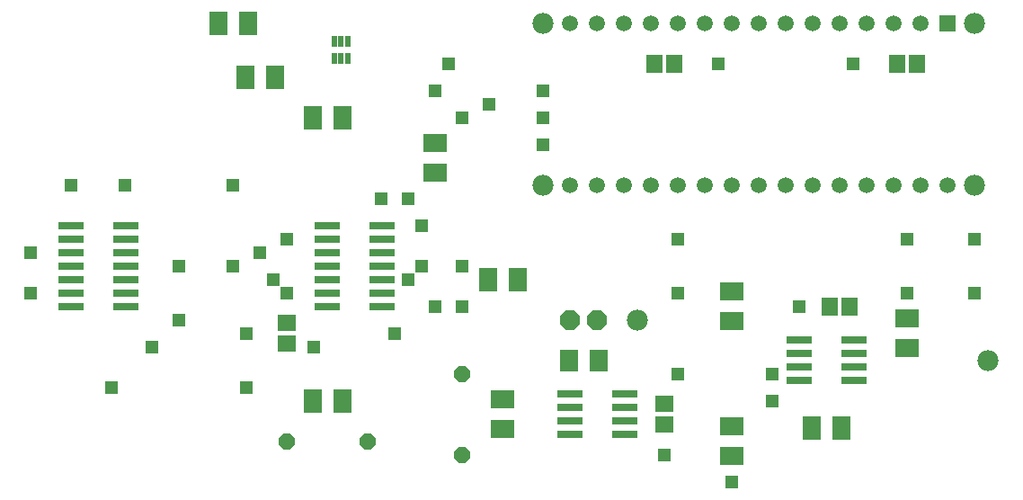
<source format=gts>
G75*
%MOIN*%
%OFA0B0*%
%FSLAX24Y24*%
%IPPOS*%
%LPD*%
%AMOC8*
5,1,8,0,0,1.08239X$1,22.5*
%
%ADD10R,0.0946X0.0316*%
%ADD11C,0.0780*%
%ADD12R,0.0595X0.0595*%
%ADD13C,0.0595*%
%ADD14R,0.0237X0.0395*%
%ADD15R,0.0710X0.0867*%
%ADD16R,0.0867X0.0710*%
%ADD17R,0.0710X0.0789*%
%ADD18R,0.0592X0.0671*%
%ADD19R,0.0671X0.0592*%
%ADD20OC8,0.0710*%
%ADD21OC8,0.0600*%
%ADD22R,0.0476X0.0476*%
D10*
X003156Y007680D03*
X003156Y008180D03*
X003156Y008680D03*
X003156Y009180D03*
X003156Y009680D03*
X003156Y010180D03*
X003156Y010680D03*
X005204Y010680D03*
X005204Y010180D03*
X005204Y009680D03*
X005204Y009180D03*
X005204Y008680D03*
X005204Y008180D03*
X005204Y007680D03*
X012656Y007680D03*
X012656Y008180D03*
X012656Y008680D03*
X012656Y009180D03*
X012656Y009680D03*
X012656Y010180D03*
X012656Y010680D03*
X014704Y010680D03*
X014704Y010180D03*
X014704Y009680D03*
X014704Y009180D03*
X014704Y008680D03*
X014704Y008180D03*
X014704Y007680D03*
X021656Y004430D03*
X021656Y003930D03*
X021656Y003430D03*
X021656Y002930D03*
X023704Y002930D03*
X023704Y003430D03*
X023704Y003930D03*
X023704Y004430D03*
X030156Y004930D03*
X030156Y005430D03*
X030156Y005930D03*
X030156Y006430D03*
X032204Y006430D03*
X032204Y005930D03*
X032204Y005430D03*
X032204Y004930D03*
D11*
X037180Y005680D03*
X036680Y012180D03*
X036680Y018180D03*
X020680Y018180D03*
X020680Y012180D03*
X024180Y007180D03*
D12*
X035680Y018180D03*
D13*
X034680Y018180D03*
X033680Y018180D03*
X032680Y018180D03*
X031680Y018180D03*
X030680Y018180D03*
X029680Y018180D03*
X028680Y018180D03*
X027680Y018180D03*
X026680Y018180D03*
X025680Y018180D03*
X024680Y018180D03*
X023680Y018180D03*
X022680Y018180D03*
X021680Y018180D03*
X021680Y012180D03*
X022680Y012180D03*
X023680Y012180D03*
X024680Y012180D03*
X025680Y012180D03*
X026680Y012180D03*
X027680Y012180D03*
X028680Y012180D03*
X029680Y012180D03*
X030680Y012180D03*
X031680Y012180D03*
X032680Y012180D03*
X033680Y012180D03*
X034680Y012180D03*
X035680Y012180D03*
D14*
X013436Y016865D03*
X013180Y016865D03*
X012924Y016865D03*
X012924Y017495D03*
X013180Y017495D03*
X013436Y017495D03*
D15*
X010731Y016180D03*
X009629Y016180D03*
X012129Y014680D03*
X013231Y014680D03*
X009731Y018180D03*
X008629Y018180D03*
X018629Y008680D03*
X019731Y008680D03*
X013231Y004180D03*
X012129Y004180D03*
X030629Y003180D03*
X031731Y003180D03*
D16*
X027680Y003231D03*
X027680Y002129D03*
X034180Y006129D03*
X034180Y007231D03*
X027680Y007129D03*
X027680Y008231D03*
X019180Y004231D03*
X019180Y003129D03*
X016680Y012629D03*
X016680Y013731D03*
D17*
X021629Y005680D03*
X022731Y005680D03*
D18*
X031306Y007680D03*
X032054Y007680D03*
X033806Y016680D03*
X034554Y016680D03*
X025554Y016680D03*
X024806Y016680D03*
D19*
X011180Y007054D03*
X011180Y006306D03*
X025180Y004054D03*
X025180Y003306D03*
D20*
X022680Y007180D03*
X021680Y007180D03*
D21*
X017680Y005180D03*
X014180Y002680D03*
X011180Y002680D03*
X017680Y002180D03*
D22*
X004680Y004680D03*
X006180Y006180D03*
X007180Y007180D03*
X009680Y006680D03*
X011180Y008180D03*
X010680Y008680D03*
X009180Y009180D03*
X010180Y009680D03*
X011180Y010180D03*
X014680Y011680D03*
X015680Y011680D03*
X016180Y010680D03*
X016180Y009180D03*
X015680Y008680D03*
X016680Y007680D03*
X017680Y007680D03*
X015180Y006680D03*
X012180Y006180D03*
X009680Y004680D03*
X001680Y008180D03*
X001680Y009680D03*
X003180Y012180D03*
X005180Y012180D03*
X009180Y012180D03*
X007180Y009180D03*
X017680Y009180D03*
X025680Y008180D03*
X025680Y010180D03*
X030180Y007680D03*
X034180Y008180D03*
X036680Y008180D03*
X036680Y010180D03*
X034180Y010180D03*
X029180Y005180D03*
X029180Y004180D03*
X025680Y005180D03*
X025180Y002180D03*
X027680Y001180D03*
X020680Y013680D03*
X020680Y014680D03*
X020680Y015680D03*
X018680Y015180D03*
X017680Y014680D03*
X016680Y015680D03*
X017180Y016680D03*
X027180Y016680D03*
X032180Y016680D03*
M02*

</source>
